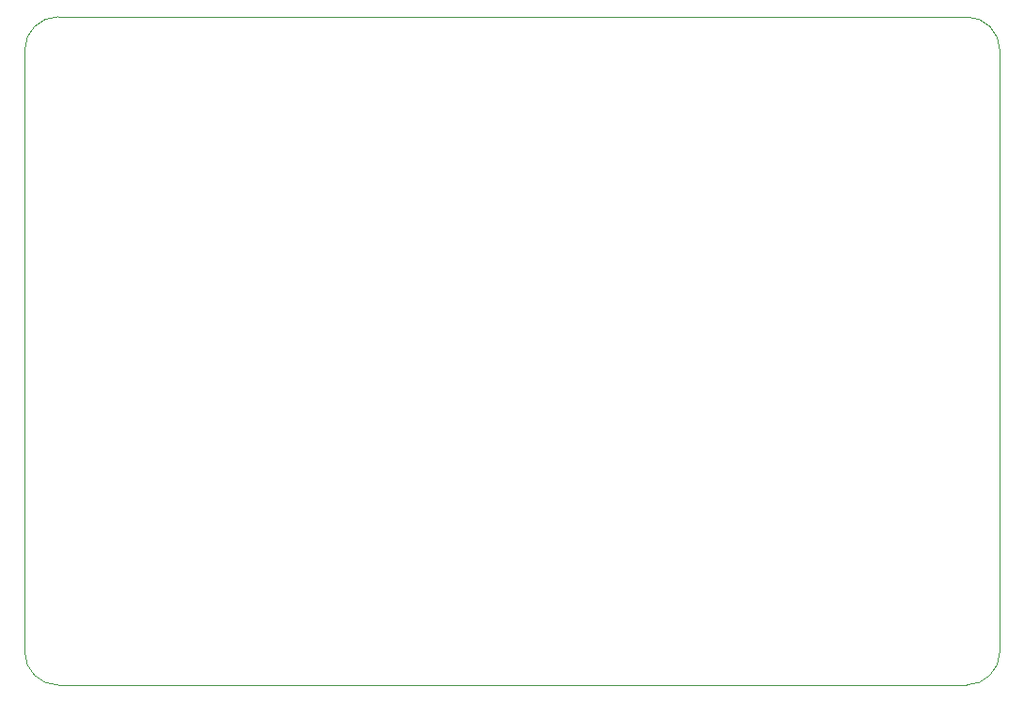
<source format=gbr>
%TF.GenerationSoftware,KiCad,Pcbnew,9.0.5*%
%TF.CreationDate,2025-10-11T15:36:00-05:00*%
%TF.ProjectId,Supplemental Monitoring PCB,53757070-6c65-46d6-956e-74616c204d6f,rev?*%
%TF.SameCoordinates,Original*%
%TF.FileFunction,Profile,NP*%
%FSLAX46Y46*%
G04 Gerber Fmt 4.6, Leading zero omitted, Abs format (unit mm)*
G04 Created by KiCad (PCBNEW 9.0.5) date 2025-10-11 15:36:00*
%MOMM*%
%LPD*%
G01*
G04 APERTURE LIST*
%TA.AperFunction,Profile*%
%ADD10C,0.050000*%
%TD*%
G04 APERTURE END LIST*
D10*
X83800000Y-67200000D02*
G75*
G02*
X86800000Y-64200000I3000000J0D01*
G01*
X86800000Y-124400000D02*
G75*
G02*
X83800000Y-121400000I0J3000000D01*
G01*
X168600000Y-64200000D02*
G75*
G02*
X171600000Y-67200000I0J-3000000D01*
G01*
X171600000Y-121400000D02*
G75*
G02*
X168600000Y-124400000I-3000000J0D01*
G01*
X83800000Y-121400000D02*
X83800000Y-67200000D01*
X86800000Y-64200000D02*
X168600000Y-64200000D01*
X168600000Y-124400000D02*
X86800000Y-124400000D01*
X171600000Y-67200000D02*
X171600000Y-121400000D01*
M02*

</source>
